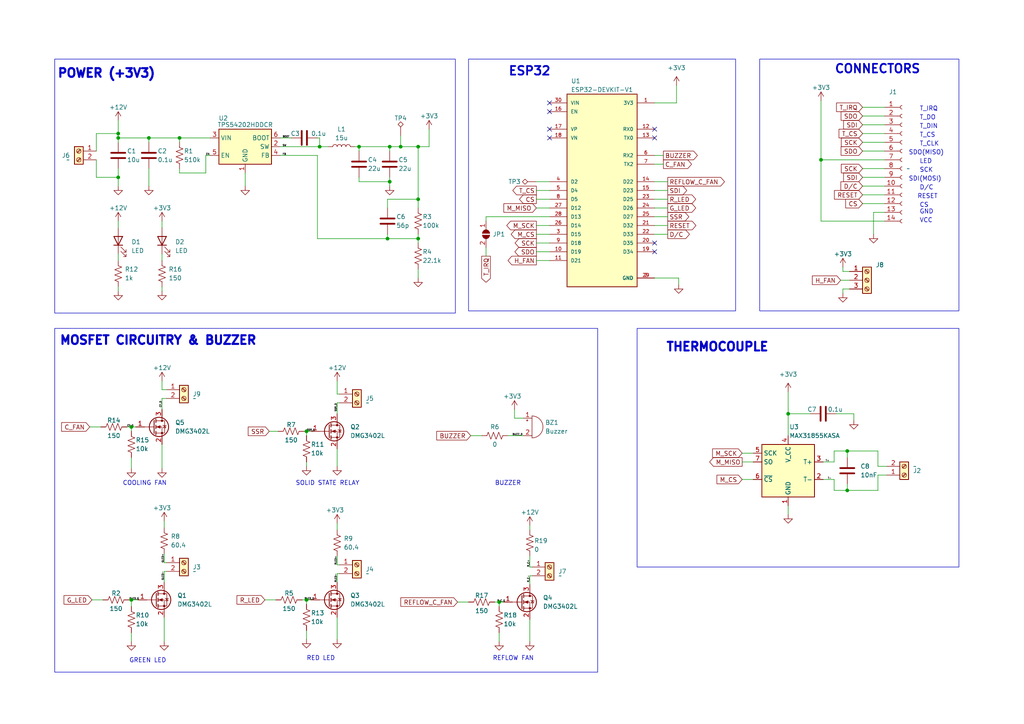
<source format=kicad_sch>
(kicad_sch (version 20231120) (generator "eeschema") (generator_version "8.0")
  (paper "A4")
  (title_block (title "Reflow oven schematic") (date "2024-03-15") (rev "1.0") (company "Designed By: Steve A. Nketiah"))
  (lib_symbols
    (symbol "Connector:Conn_01x14_Socket" (pin_names (offset 1.016) hide)
      (property "Reference" "J" (at 0 17.78 0))
      (property "Value" "Conn_01x14_Socket" (at 0 -20.32 0))
      (symbol "Conn_01x14_Socket_1_1"
        (pin passive line (at -5.08 15.24 0) (length 3.81) (name "Pin_1") (number "1"))
        (pin passive line (at -5.08 -7.62 0) (length 3.81) (name "Pin_10") (number "10"))
        (pin passive line (at -5.08 -10.16 0) (length 3.81) (name "Pin_11") (number "11"))
        (pin passive line (at -5.08 -12.7 0) (length 3.81) (name "Pin_12") (number "12"))
        (pin passive line (at -5.08 -15.24 0) (length 3.81) (name "Pin_13") (number "13"))
        (pin passive line (at -5.08 -17.78 0) (length 3.81) (name "Pin_14") (number "14"))
        (pin passive line (at -5.08 12.7 0) (length 3.81) (name "Pin_2") (number "2"))
        (pin passive line (at -5.08 10.16 0) (length 3.81) (name "Pin_3") (number "3"))
        (pin passive line (at -5.08 7.62 0) (length 3.81) (name "Pin_4") (number "4"))
        (pin passive line (at -5.08 5.08 0) (length 3.81) (name "Pin_5") (number "5"))
        (pin passive line (at -5.08 2.54 0) (length 3.81) (name "Pin_6") (number "6"))
        (pin passive line (at -5.08 0 0) (length 3.81) (name "Pin_7") (number "7"))
        (pin passive line (at -5.08 -2.54 0) (length 3.81) (name "Pin_8") (number "8"))
        (pin passive line (at -5.08 -5.08 0) (length 3.81) (name "Pin_9") (number "9"))
      )
    )
    (symbol "Connector:Screw_Terminal_01x02" (pin_names (offset 1.016) hide)
      (property "Reference" "J" (at 0 2.54 0))
      (property "Value" "Screw_Terminal_01x02" (at 0 -5.08 0))
      (symbol "Screw_Terminal_01x02_1_1"
        (pin passive line (at -5.08 0 0) (length 3.81) (name "Pin_1") (number "1"))
        (pin passive line (at -5.08 -2.54 0) (length 3.81) (name "Pin_2") (number "2"))
      )
    )
    (symbol "Connector:Screw_Terminal_01x03" (pin_names (offset 1.016) hide)
      (property "Reference" "J" (at 0 5.08 0))
      (property "Value" "Screw_Terminal_01x03" (at 0 -5.08 0))
      (symbol "Screw_Terminal_01x03_1_1"
        (pin passive line (at -5.08 2.54 0) (length 3.81) (name "Pin_1") (number "1"))
        (pin passive line (at -5.08 0 0) (length 3.81) (name "Pin_2") (number "2"))
        (pin passive line (at -5.08 -2.54 0) (length 3.81) (name "Pin_3") (number "3"))
      )
    )
    (symbol "Connector:TestPoint_Alt" (pin_numbers hide) (pin_names (offset 0.762) hide)
      (property "Reference" "TP" (at 0 6.858 0))
      (property "Value" "TestPoint_Alt" (at 0 5.08 0))
      (symbol "TestPoint_Alt_1_1"
        (pin passive line (at 0 0 90) (length 2.54) (name "1") (number "1"))
      )
    )
    (symbol "Device:Buzzer" (pin_names (offset 0.0254) hide)
      (property "Reference" "BZ" (at 3.81 1.27 0))
      (property "Value" "Buzzer" (at 3.81 -1.27 0))
      (symbol "Buzzer_1_1"
        (pin passive line (at -2.54 2.54 0) (length 2.54) (name "+") (number "1"))
        (pin passive line (at -2.54 -2.54 0) (length 2.54) (name "-") (number "2"))
      )
    )
    (symbol "Device:C" (pin_numbers hide) (pin_names (offset 0.254))
      (property "Reference" "C" (at 0.635 2.54 0))
      (property "Value" "C" (at 0.635 -2.54 0))
      (symbol "C_1_1"
        (pin passive line (at 0 3.81 270) (length 2.794) (name "~") (number "1"))
        (pin passive line (at 0 -3.81 90) (length 2.794) (name "~") (number "2"))
      )
    )
    (symbol "Device:L" (pin_numbers hide) (pin_names (offset 1.016) hide)
      (property "Reference" "L" (at -1.27 0 90))
      (property "Value" "L" (at 1.905 0 90))
      (symbol "L_1_1"
        (pin passive line (at 0 3.81 270) (length 1.27) (name "1") (number "1"))
        (pin passive line (at 0 -3.81 90) (length 1.27) (name "2") (number "2"))
      )
    )
    (symbol "Device:LED" (pin_numbers hide) (pin_names (offset 1.016) hide)
      (property "Reference" "D" (at 0 2.54 0))
      (property "Value" "LED" (at 0 -2.54 0))
      (symbol "LED_1_1"
        (pin passive line (at -3.81 0 0) (length 2.54) (name "K") (number "1"))
        (pin passive line (at 3.81 0 180) (length 2.54) (name "A") (number "2"))
      )
    )
    (symbol "Device:R_US" (pin_numbers hide) (pin_names (offset 0))
      (property "Reference" "R" (at 2.54 0 90))
      (property "Value" "R_US" (at -2.54 0 90))
      (symbol "R_US_1_1"
        (pin passive line (at 0 3.81 270) (length 1.27) (name "~") (number "1"))
        (pin passive line (at 0 -3.81 90) (length 1.27) (name "~") (number "2"))
      )
    )
    (symbol "ESP32-DEVKIT-V1:ESP32-DEVKIT-V1" (pin_names (offset 1.016))
      (property "Reference" "U" (at -10.16 30.48 0))
      (property "Value" "ESP32-DEVKIT-V1" (at -10.16 -30.48 0))
      (symbol "ESP32-DEVKIT-V1_0_0"
        (pin output line (at 15.24 25.4 180) (length 5.08) (name "3V3") (number "1"))
        (pin bidirectional line (at -15.24 -17.78 0) (length 5.08) (name "D19") (number "10"))
        (pin bidirectional line (at -15.24 -20.32 0) (length 5.08) (name "D21") (number "11"))
        (pin input line (at 15.24 17.78 180) (length 5.08) (name "RX0") (number "12"))
        (pin output line (at 15.24 15.24 180) (length 5.08) (name "TX0") (number "13"))
        (pin bidirectional line (at 15.24 2.54 180) (length 5.08) (name "D22") (number "14"))
        (pin bidirectional line (at 15.24 0 180) (length 5.08) (name "D23") (number "15"))
        (pin input line (at -15.24 22.86 0) (length 5.08) (name "EN") (number "16"))
        (pin bidirectional line (at -15.24 17.78 0) (length 5.08) (name "VP") (number "17"))
        (pin bidirectional line (at -15.24 15.24 0) (length 5.08) (name "VN") (number "18"))
        (pin bidirectional line (at 15.24 -17.78 180) (length 5.08) (name "D34") (number "19"))
        (pin power_in line (at 15.24 -25.4 180) (length 5.08) (name "GND") (number "2"))
        (pin bidirectional line (at 15.24 -15.24 180) (length 5.08) (name "D35") (number "20"))
        (pin bidirectional line (at 15.24 -10.16 180) (length 5.08) (name "D32") (number "21"))
        (pin bidirectional line (at 15.24 -12.7 180) (length 5.08) (name "D33") (number "22"))
        (pin bidirectional line (at 15.24 -2.54 180) (length 5.08) (name "D25") (number "23"))
        (pin bidirectional line (at 15.24 -5.08 180) (length 5.08) (name "D26") (number "24"))
        (pin bidirectional line (at 15.24 -7.62 180) (length 5.08) (name "D27") (number "25"))
        (pin bidirectional line (at -15.24 -10.16 0) (length 5.08) (name "D14") (number "26"))
        (pin bidirectional line (at -15.24 -5.08 0) (length 5.08) (name "D12") (number "27"))
        (pin bidirectional line (at -15.24 -7.62 0) (length 5.08) (name "D13") (number "28"))
        (pin power_in line (at 15.24 -25.4 180) (length 5.08) (name "GND") (number "29"))
        (pin bidirectional line (at -15.24 -12.7 0) (length 5.08) (name "D15") (number "3"))
        (pin input line (at -15.24 25.4 0) (length 5.08) (name "VIN") (number "30"))
        (pin bidirectional line (at -15.24 2.54 0) (length 5.08) (name "D2") (number "4"))
        (pin bidirectional line (at -15.24 0 0) (length 5.08) (name "D4") (number "5"))
        (pin input line (at 15.24 10.16 180) (length 5.08) (name "RX2") (number "6"))
        (pin output line (at 15.24 7.62 180) (length 5.08) (name "TX2") (number "7"))
        (pin bidirectional line (at -15.24 -2.54 0) (length 5.08) (name "D5") (number "8"))
        (pin bidirectional line (at -15.24 -15.24 0) (length 5.08) (name "D18") (number "9"))
      )
    )
    (symbol "Jumper:SolderJumper_2_Open" (pin_names (offset 0) hide)
      (property "Reference" "JP" (at 0 2.032 0))
      (property "Value" "SolderJumper_2_Open" (at 0 -2.54 0))
      (symbol "SolderJumper_2_Open_1_1"
        (pin passive line (at -3.81 0 0) (length 2.54) (name "A") (number "1"))
        (pin passive line (at 3.81 0 180) (length 2.54) (name "B") (number "2"))
      )
    )
    (symbol "Regulator_Switching:TPS54202H"
      (property "Reference" "U" (at -1.27 5.08 0))
      (property "Value" "TPS54202HDDCR" (at -1.27 5.08 0))
      (symbol "TPS54202H_1_1"
        (pin power_in line (at 0 -10.16 90) (length 2.54) (name "GND") (number "1"))
        (pin power_out line (at 10.16 -2.54 180) (length 2.54) (name "SW") (number "2"))
        (pin power_in line (at -10.16 0 0) (length 2.54) (name "VIN") (number "3"))
        (pin input line (at 10.16 -5.08 180) (length 2.54) (name "FB") (number "4"))
        (pin input line (at -10.16 -5.08 0) (length 2.54) (name "EN") (number "5"))
        (pin passive line (at 10.16 0 180) (length 2.54) (name "BOOT") (number "6"))
      )
    )
    (symbol "Sensor_Temperature:MAX31855KASA"
      (property "Reference" "U" (at -7.62 8.89 0))
      (property "Value" "MAX31855KASA" (at 1.27 8.89 0))
      (symbol "MAX31855KASA_1_1"
        (pin power_in line (at 0 -10.16 90) (length 2.54) (name "GND") (number "1"))
        (pin passive line (at -10.16 -2.54 0) (length 2.54) (name "T-") (number "2"))
        (pin passive line (at -10.16 2.54 0) (length 2.54) (name "T+") (number "3"))
        (pin power_in line (at 0 10.16 270) (length 2.54) (name "V_CC") (number "4"))
        (pin input line (at 10.16 5.08 180) (length 2.54) (name "SCK") (number "5"))
        (pin input line (at 10.16 -2.54 180) (length 2.54) (name "~{CS}") (number "6"))
        (pin tri_state line (at 10.16 2.54 180) (length 2.54) (name "SO") (number "7"))
      )
    )
    (symbol "Transistor_FET:DMG3402L" (pin_names hide)
      (property "Reference" "Q" (at 5.08 1.905 0))
      (property "Value" "DMG3402L" (at 5.08 0 0))
      (symbol "DMG3402L_1_1"
        (pin input line (at -5.08 0 0) (length 2.54) (name "G") (number "1"))
        (pin passive line (at 2.54 -5.08 90) (length 2.54) (name "S") (number "2"))
        (pin passive line (at 2.54 5.08 270) (length 2.54) (name "D") (number "3"))
      )
    )
    (symbol "power:+12V" (power) (pin_names (offset 0))
      (property "Value" "+12V" (at 0 3.556 0))
      (symbol "+12V_1_1"
        (pin power_in line (at 0 0 90) (length 0) hide (name "+12V") (number "1"))
      )
    )
    (symbol "power:+3V3" (power) (pin_names (offset 0))
      (property "Value" "+3V3" (at 0 3.556 0))
      (symbol "+3V3_1_1"
        (pin power_in line (at 0 0 90) (length 0) hide (name "+3V3") (number "1"))
      )
    )
    (symbol "power:GND" (power) (pin_names (offset 0))
      (property "Value" "GND" (at 0 -3.81 0))
      (symbol "GND_1_1"
        (pin power_in line (at 0 0 270) (length 0) hide (name "GND") (number "1"))
      )
    )
  )
  (junction (at 38.1 173.99))
  (junction (at 228.6 120.015))
  (junction (at 88.9 125.095))
  (junction (at 92.71 42.545))
  (junction (at 34.29 40.005))
  (junction (at 113.03 52.705))
  (junction (at 52.07 40.005))
  (junction (at 116.205 42.545))
  (junction (at 34.29 38.735))
  (junction (at 43.18 40.005))
  (junction (at 121.285 42.545))
  (junction (at 245.745 142.24))
  (junction (at 38.1 123.825))
  (junction (at 112.395 69.215))
  (junction (at 104.14 42.545))
  (junction (at 34.29 51.435))
  (junction (at 88.9 173.99))
  (junction (at 121.285 69.215))
  (junction (at 121.285 57.785))
  (junction (at 238.125 46.355))
  (junction (at 245.745 130.81))
  (junction (at 144.78 174.625))
  (junction (at 113.03 42.545))
  (no_connect (at 159.385 37.465))
  (no_connect (at 159.385 32.385))
  (no_connect (at 189.865 73.025))
  (no_connect (at 159.385 40.005))
  (no_connect (at 189.865 37.465))
  (no_connect (at 189.865 70.485))
  (no_connect (at 159.385 29.845))
  (no_connect (at 189.865 40.005))
  (wire (pts (xy 52.07 50.165) (xy 52.07 48.895)))
  (wire (pts (xy 78.105 125.095) (xy 80.645 125.095)))
  (wire (pts (xy 26.67 173.99) (xy 29.845 173.99)))
  (wire (pts (xy 104.14 42.545) (xy 104.14 43.815)))
  (wire (pts (xy 97.79 130.175) (xy 97.79 135.255)))
  (wire (pts (xy 104.14 52.705) (xy 113.03 52.705)))
  (wire (pts (xy 116.205 42.545) (xy 121.285 42.545)))
  (wire (pts (xy 81.28 40.005) (xy 84.455 40.005)))
  (wire (pts (xy 81.28 45.085) (xy 92.075 45.085)))
  (wire (pts (xy 153.67 161.29) (xy 153.67 164.465)))
  (wire (pts (xy 250.19 53.975) (xy 256.54 53.975)))
  (wire (pts (xy 88.9 173.99) (xy 88.9 175.26)))
  (wire (pts (xy 189.865 60.325) (xy 193.675 60.325)))
  (wire (pts (xy 153.67 167.005) (xy 153.67 169.545)))
  (wire (pts (xy 98.425 116.84) (xy 97.79 116.84)))
  (wire (pts (xy 250.19 41.275) (xy 256.54 41.275)))
  (wire (pts (xy 153.67 164.465) (xy 154.305 164.465)))
  (wire (pts (xy 47.625 165.735) (xy 48.26 165.735)))
  (wire (pts (xy 121.285 67.945) (xy 121.285 69.215)))
  (wire (pts (xy 241.935 133.985) (xy 238.76 133.985)))
  (wire (pts (xy 98.425 114.3) (xy 97.79 114.3)))
  (wire (pts (xy 34.29 40.005) (xy 43.18 40.005)))
  (wire (pts (xy 250.19 33.655) (xy 256.54 33.655)))
  (wire (pts (xy 88.9 125.095) (xy 90.17 125.095)))
  (wire (pts (xy 47.625 163.195) (xy 48.26 163.195)))
  (wire (pts (xy 238.125 46.355) (xy 256.54 46.355)))
  (wire (pts (xy 254.635 135.255) (xy 257.175 135.255)))
  (wire (pts (xy 241.935 130.81) (xy 245.745 130.81)))
  (wire (pts (xy 155.575 75.565) (xy 159.385 75.565)))
  (wire (pts (xy 43.18 53.975) (xy 43.18 48.895)))
  (wire (pts (xy 159.385 70.485) (xy 155.575 70.485)))
  (wire (pts (xy 121.285 57.785) (xy 121.285 60.325)))
  (wire (pts (xy 97.79 166.37) (xy 97.79 168.91)))
  (wire (pts (xy 243.84 81.28) (xy 246.38 81.28)))
  (wire (pts (xy 27.94 51.435) (xy 34.29 51.435)))
  (wire (pts (xy 244.475 78.74) (xy 246.38 78.74)))
  (wire (pts (xy 228.6 120.015) (xy 228.6 126.365)))
  (wire (pts (xy 189.865 57.785) (xy 193.675 57.785)))
  (wire (pts (xy 149.225 118.745) (xy 149.225 121.285)))
  (wire (pts (xy 153.67 152.4) (xy 153.67 153.67)))
  (wire (pts (xy 43.18 40.005) (xy 43.18 41.275)))
  (wire (pts (xy 112.395 57.785) (xy 121.285 57.785)))
  (wire (pts (xy 215.265 131.445) (xy 218.44 131.445)))
  (wire (pts (xy 102.87 42.545) (xy 104.14 42.545)))
  (wire (pts (xy 104.14 51.435) (xy 104.14 52.705)))
  (wire (pts (xy 136.525 126.365) (xy 139.7 126.365)))
  (wire (pts (xy 250.19 51.435) (xy 256.54 51.435)))
  (wire (pts (xy 47.625 179.07) (xy 47.625 186.055)))
  (wire (pts (xy 155.575 67.945) (xy 159.385 67.945)))
  (wire (pts (xy 238.125 29.21) (xy 238.125 46.355)))
  (wire (pts (xy 27.94 43.815) (xy 27.94 38.735)))
  (wire (pts (xy 244.475 77.47) (xy 244.475 78.74)))
  (wire (pts (xy 144.78 183.515) (xy 144.78 186.055)))
  (wire (pts (xy 189.865 52.705) (xy 193.675 52.705)))
  (wire (pts (xy 250.19 31.115) (xy 256.54 31.115)))
  (wire (pts (xy 97.79 179.07) (xy 97.79 185.42)))
  (wire (pts (xy 228.6 146.685) (xy 228.6 149.225)))
  (wire (pts (xy 254.635 142.24) (xy 254.635 137.795)))
  (wire (pts (xy 124.46 37.465) (xy 124.46 42.545)))
  (wire (pts (xy 238.125 46.355) (xy 238.125 64.135)))
  (wire (pts (xy 241.935 142.24) (xy 245.745 142.24)))
  (wire (pts (xy 38.1 123.825) (xy 38.1 125.095)))
  (wire (pts (xy 46.99 113.03) (xy 46.99 110.49)))
  (wire (pts (xy 253.365 61.595) (xy 253.365 67.945)))
  (wire (pts (xy 121.285 78.105) (xy 121.285 80.645)))
  (wire (pts (xy 46.99 128.905) (xy 46.99 135.89)))
  (wire (pts (xy 43.18 40.005) (xy 52.07 40.005)))
  (wire (pts (xy 196.215 29.845) (xy 189.865 29.845)))
  (wire (pts (xy 228.6 120.015) (xy 234.95 120.015)))
  (wire (pts (xy 38.1 173.99) (xy 40.005 173.99)))
  (wire (pts (xy 34.29 38.735) (xy 34.29 34.925)))
  (wire (pts (xy 140.97 71.755) (xy 140.97 74.295)))
  (wire (pts (xy 193.675 67.945) (xy 189.865 67.945)))
  (wire (pts (xy 52.07 50.165) (xy 59.69 50.165)))
  (wire (pts (xy 38.1 173.99) (xy 38.1 175.895)))
  (wire (pts (xy 97.79 151.765) (xy 97.79 153.67)))
  (wire (pts (xy 250.19 36.195) (xy 256.54 36.195)))
  (wire (pts (xy 250.19 59.055) (xy 256.54 59.055)))
  (wire (pts (xy 88.9 125.095) (xy 88.9 126.365)))
  (wire (pts (xy 228.6 113.665) (xy 228.6 120.015)))
  (wire (pts (xy 155.575 55.245) (xy 159.385 55.245)))
  (wire (pts (xy 52.07 40.005) (xy 60.96 40.005)))
  (wire (pts (xy 144.78 174.625) (xy 146.05 174.625)))
  (wire (pts (xy 92.075 40.005) (xy 92.71 40.005)))
  (wire (pts (xy 92.075 69.215) (xy 112.395 69.215)))
  (wire (pts (xy 144.78 174.625) (xy 144.78 175.895)))
  (wire (pts (xy 97.79 166.37) (xy 98.425 166.37)))
  (wire (pts (xy 88.9 182.88) (xy 88.9 185.42)))
  (wire (pts (xy 189.865 45.085) (xy 192.405 45.085)))
  (wire (pts (xy 113.03 42.545) (xy 113.03 43.815)))
  (wire (pts (xy 97.79 114.3) (xy 97.79 110.49)))
  (wire (pts (xy 48.26 115.57) (xy 46.99 115.57)))
  (wire (pts (xy 245.745 140.335) (xy 245.745 142.24)))
  (wire (pts (xy 87.63 173.99) (xy 88.9 173.99)))
  (wire (pts (xy 241.935 130.81) (xy 241.935 133.985)))
  (wire (pts (xy 92.075 45.085) (xy 92.075 69.215)))
  (wire (pts (xy 132.715 174.625) (xy 135.89 174.625)))
  (wire (pts (xy 34.29 38.735) (xy 34.29 40.005)))
  (wire (pts (xy 27.94 46.355) (xy 27.94 51.435)))
  (wire (pts (xy 52.07 40.005) (xy 52.07 41.275)))
  (wire (pts (xy 46.99 73.66) (xy 46.99 75.565)))
  (wire (pts (xy 155.575 65.405) (xy 159.385 65.405)))
  (wire (pts (xy 97.79 163.83) (xy 98.425 163.83)))
  (wire (pts (xy 153.67 179.705) (xy 153.67 186.055)))
  (wire (pts (xy 37.465 173.99) (xy 38.1 173.99)))
  (wire (pts (xy 116.205 39.37) (xy 116.205 42.545)))
  (wire (pts (xy 140.97 62.865) (xy 140.97 64.135)))
  (wire (pts (xy 215.265 139.065) (xy 218.44 139.065)))
  (wire (pts (xy 250.19 43.815) (xy 256.54 43.815)))
  (wire (pts (xy 38.1 123.825) (xy 39.37 123.825)))
  (wire (pts (xy 88.9 133.985) (xy 88.9 135.255)))
  (wire (pts (xy 121.285 42.545) (xy 124.46 42.545)))
  (wire (pts (xy 140.97 62.865) (xy 159.385 62.865)))
  (wire (pts (xy 59.69 50.165) (xy 59.69 45.085)))
  (wire (pts (xy 34.29 40.005) (xy 34.29 41.275)))
  (wire (pts (xy 149.225 121.285) (xy 151.765 121.285)))
  (wire (pts (xy 196.85 80.645) (xy 196.85 82.55)))
  (wire (pts (xy 34.29 73.66) (xy 34.29 75.565)))
  (wire (pts (xy 113.03 51.435) (xy 113.03 52.705)))
  (wire (pts (xy 254.635 130.81) (xy 254.635 135.255)))
  (wire (pts (xy 97.79 116.84) (xy 97.79 120.015)))
  (wire (pts (xy 250.19 56.515) (xy 256.54 56.515)))
  (wire (pts (xy 47.625 160.655) (xy 47.625 163.195)))
  (wire (pts (xy 189.865 80.645) (xy 196.85 80.645)))
  (wire (pts (xy 245.745 130.81) (xy 245.745 132.715)))
  (wire (pts (xy 196.215 24.765) (xy 196.215 29.845)))
  (wire (pts (xy 27.94 38.735) (xy 34.29 38.735)))
  (wire (pts (xy 155.575 52.705) (xy 159.385 52.705)))
  (wire (pts (xy 71.12 50.165) (xy 71.12 53.975)))
  (wire (pts (xy 38.1 132.715) (xy 38.1 135.89)))
  (wire (pts (xy 92.71 40.005) (xy 92.71 42.545)))
  (wire (pts (xy 215.265 133.985) (xy 218.44 133.985)))
  (wire (pts (xy 247.65 120.015) (xy 247.65 121.92)))
  (wire (pts (xy 92.71 42.545) (xy 95.25 42.545)))
  (wire (pts (xy 47.625 165.735) (xy 47.625 168.91)))
  (wire (pts (xy 113.03 52.705) (xy 113.03 53.975)))
  (wire (pts (xy 244.475 83.82) (xy 246.38 83.82)))
  (wire (pts (xy 241.935 139.065) (xy 238.76 139.065)))
  (wire (pts (xy 241.935 142.24) (xy 241.935 139.065)))
  (wire (pts (xy 34.29 64.135) (xy 34.29 66.04)))
  (wire (pts (xy 112.395 57.785) (xy 112.395 60.325)))
  (wire (pts (xy 242.57 120.015) (xy 247.65 120.015)))
  (wire (pts (xy 34.29 48.895) (xy 34.29 51.435)))
  (wire (pts (xy 250.19 48.895) (xy 256.54 48.895)))
  (wire (pts (xy 244.475 83.82) (xy 244.475 85.09)))
  (wire (pts (xy 34.29 51.435) (xy 34.29 53.975)))
  (wire (pts (xy 113.03 42.545) (xy 116.205 42.545)))
  (wire (pts (xy 155.575 73.025) (xy 159.385 73.025)))
  (wire (pts (xy 250.19 38.735) (xy 256.54 38.735)))
  (wire (pts (xy 97.79 161.29) (xy 97.79 163.83)))
  (wire (pts (xy 88.9 173.99) (xy 90.17 173.99)))
  (wire (pts (xy 47.625 151.13) (xy 47.625 153.035)))
  (wire (pts (xy 155.575 60.325) (xy 159.385 60.325)))
  (wire (pts (xy 104.14 42.545) (xy 113.03 42.545)))
  (wire (pts (xy 155.575 57.785) (xy 159.385 57.785)))
  (wire (pts (xy 253.365 61.595) (xy 256.54 61.595)))
  (wire (pts (xy 193.675 65.405) (xy 189.865 65.405)))
  (wire (pts (xy 254.635 137.795) (xy 257.175 137.795)))
  (wire (pts (xy 147.32 126.365) (xy 151.765 126.365)))
  (wire (pts (xy 36.83 123.825) (xy 38.1 123.825)))
  (wire (pts (xy 245.745 130.81) (xy 254.635 130.81)))
  (wire (pts (xy 38.1 183.515) (xy 38.1 186.055)))
  (wire (pts (xy 238.125 64.135) (xy 256.54 64.135)))
  (wire (pts (xy 112.395 69.215) (xy 121.285 69.215)))
  (wire (pts (xy 153.67 167.005) (xy 154.305 167.005)))
  (wire (pts (xy 245.745 142.24) (xy 254.635 142.24)))
  (wire (pts (xy 48.26 113.03) (xy 46.99 113.03)))
  (wire (pts (xy 34.29 83.185) (xy 34.29 84.455)))
  (wire (pts (xy 46.99 83.185) (xy 46.99 84.455)))
  (wire (pts (xy 112.395 67.945) (xy 112.395 69.215)))
  (wire (pts (xy 88.265 125.095) (xy 88.9 125.095)))
  (wire (pts (xy 59.69 45.085) (xy 60.96 45.085)))
  (wire (pts (xy 121.285 42.545) (xy 121.285 57.785)))
  (wire (pts (xy 189.865 62.865) (xy 193.675 62.865)))
  (wire (pts (xy 76.835 173.99) (xy 80.01 173.99)))
  (wire (pts (xy 189.865 47.625) (xy 192.405 47.625)))
  (wire (pts (xy 26.035 123.825) (xy 29.21 123.825)))
  (wire (pts (xy 193.675 55.245) (xy 189.865 55.245)))
  (wire (pts (xy 46.99 115.57) (xy 46.99 118.745)))
  (wire (pts (xy 121.285 69.215) (xy 121.285 70.485)))
  (wire (pts (xy 143.51 174.625) (xy 144.78 174.625)))
  (wire (pts (xy 81.28 42.545) (xy 92.71 42.545)))
  (wire (pts (xy 46.99 64.135) (xy 46.99 66.04)))
  (rectangle (start 135.89 17.145) (end 213.36 90.17))
  (rectangle (start 15.875 95.25) (end 173.355 194.945))
  (rectangle (start 184.785 95.25) (end 278.13 164.465))
  (rectangle (start 220.345 17.145) (end 278.13 90.17))
  (rectangle (start 15.875 17.145) (end 132.08 90.805))
  (text "CS" (at 266.7 60.325 0) (effects (font (size 1.27 1.27)) (justify left bottom)))
  (text "GREEN LED" (at 37.465 192.405 0) (effects (font (size 1.27 1.27)) (justify left bottom)))
  (text "T_CS" (at 266.7 40.005 0) (effects (font (size 1.27 1.27)) (justify left bottom)))
  (text "LED" (at 266.7 47.625 0) (effects (font (size 1.27 1.27)) (justify left bottom)))
  (text "THERMOCOUPLE" (at 193.04 102.235 0) (effects (font (size 2.5 2.5) (thickness 0.6) (bold yes)) (justify left bottom)))
  (text "BUZZER" (at 143.51 140.97 0) (effects (font (size 1.27 1.27)) (justify left bottom)))
  (text "SOLID STATE RELAY" (at 85.725 140.97 0) (effects (font (size 1.27 1.27)) (justify left bottom)))
  (text "CONNECTORS" (at 241.935 21.59 0) (effects (font (size 2.5 2.5) (thickness 0.5) (bold yes)) (justify left bottom)))
  (text "SDI(MOSI)\n" (at 263.525 52.705 0) (effects (font (size 1.27 1.27)) (justify left bottom)))
  (text "POWER (+3V3)" (at 16.51 22.86 0) (effects (font (size 2.5 2.5) (thickness 0.6) (bold yes)) (justify left bottom)))
  (text "T_DIN" (at 266.7 37.465 0) (effects (font (size 1.27 1.27)) (justify left bottom)))
  (text "RED LED" (at 88.9 191.77 0) (effects (font (size 1.27 1.27)) (justify left bottom)))
  (text "VCC" (at 266.7 64.77 0) (effects (font (size 1.27 1.27)) (justify left bottom)))
  (text "RESET" (at 266.065 57.785 0) (effects (font (size 1.27 1.27)) (justify left bottom)))
  (text "MOSFET CIRCUITRY & BUZZER" (at 17.145 100.33 0) (effects (font (size 2.5 2.5) (thickness 0.6) (bold yes)) (justify left bottom)))
  (text "T_IRQ" (at 266.7 32.385 0) (effects (font (size 1.27 1.27)) (justify left bottom)))
  (text "COOLING FAN" (at 35.56 140.97 0) (effects (font (size 1.27 1.27)) (justify left bottom)))
  (text "REFLOW FAN" (at 142.875 191.77 0) (effects (font (size 1.27 1.27)) (justify left bottom)))
  (text "GND" (at 266.7 62.23 0) (effects (font (size 1.27 1.27)) (justify left bottom)))
  (text "SDO(MISO)" (at 263.525 45.085 0) (effects (font (size 1.27 1.27)) (justify left bottom)))
  (text "T_DO" (at 266.7 34.925 0) (effects (font (size 1.27 1.27)) (justify left bottom)))
  (text "T_CLK" (at 266.7 42.545 0) (effects (font (size 1.27 1.27)) (justify left bottom)))
  (text "SCK" (at 266.7 50.165 0) (effects (font (size 1.27 1.27)) (justify left bottom)))
  (text "ESP32" (at 147.32 22.225 0) (effects (font (size 2.5 2.5) (thickness 0.5) (bold yes)) (justify left bottom)))
  (text "D/C" (at 266.7 55.245 0) (effects (font (size 1.27 1.27)) (justify left bottom)))
  (label "SSR_G" (at 88.9 125.095 0) (effects (font (size 0.5 0.5))))
  (label "GLED+" (at 47.625 163.195 90) (effects (font (size 0.5 0.5))))
  (label "RLED_G" (at 88.265 173.99 0) (effects (font (size 0.5 0.5))))
  (label "T+" (at 239.395 133.985 0) (effects (font (size 0.5 0.5))))
  (label "BOOT" (at 81.915 40.005 0) (effects (font (size 0.5 0.5))))
  (label "CF_G" (at 36.83 123.825 0) (effects (font (size 0.5 0.5))))
  (label "T-" (at 240.03 139.065 0) (effects (font (size 0.5 0.5))))
  (label "SSR_D" (at 97.79 119.38 90) (effects (font (size 0.5 0.5))))
  (label "RLED+" (at 97.79 163.83 90) (effects (font (size 0.5 0.5))))
  (label "R_C+" (at 153.67 164.465 90) (effects (font (size 0.5 0.5))))
  (label "FB" (at 81.915 45.085 0) (effects (font (size 0.5 0.5))))
  (label "GLED_G" (at 37.465 173.99 0) (effects (font (size 0.5 0.5))))
  (label "RLED-" (at 97.79 168.91 90) (effects (font (size 0.5 0.5))))
  (label "CF_D" (at 46.99 116.205 270) (effects (font (size 0.5 0.5))))
  (label "R_C-" (at 153.67 168.91 90) (effects (font (size 0.5 0.5))))
  (label "EN" (at 59.69 45.085 0) (effects (font (size 0.5 0.5))))
  (label "SW" (at 81.915 42.545 0) (effects (font (size 0.5 0.5))))
  (label "R_C_G" (at 144.145 174.625 0) (effects (font (size 0.5 0.5))))
  (label "GLED-" (at 47.625 168.275 90) (effects (font (size 0.5 0.5))))
  (label "BUZZ_D" (at 148.59 126.365 0) (effects (font (size 0.5 0.5))))
  (global_label "BUZZER" (shape input) (at 136.525 126.365 180) (property "Intersheetrefs" "${INTERSHEET_REFS}" (effects (hide yes))))
  (global_label "T_CS" (shape input) (at 250.19 38.735 180) (property "Intersheetrefs" "${INTERSHEET_REFS}" (effects (hide yes))))
  (global_label "RESET" (shape output) (at 193.675 65.405 0) (property "Intersheetrefs" "${INTERSHEET_REFS}" (effects (hide yes))))
  (global_label "SDO" (shape input) (at 250.19 33.655 180) (property "Intersheetrefs" "${INTERSHEET_REFS}" (effects (hide yes))))
  (global_label "CS" (shape input) (at 250.19 59.055 180) (property "Intersheetrefs" "${INTERSHEET_REFS}" (effects (hide yes))))
  (global_label "G_LED" (shape input) (at 26.67 173.99 180) (property "Intersheetrefs" "${INTERSHEET_REFS}" (effects (hide yes))))
  (global_label "D{slash}C" (shape input) (at 250.19 53.975 180) (property "Intersheetrefs" "${INTERSHEET_REFS}" (effects (hide yes))))
  (global_label "REFLOW_C_FAN" (shape output) (at 193.675 52.705 0) (property "Intersheetrefs" "${INTERSHEET_REFS}" (effects (hide yes))))
  (global_label "T_IRQ" (shape input) (at 250.19 31.115 180) (property "Intersheetrefs" "${INTERSHEET_REFS}" (effects (hide yes))))
  (global_label "REFLOW_C_FAN" (shape input) (at 132.715 174.625 180) (property "Intersheetrefs" "${INTERSHEET_REFS}" (effects (hide yes))))
  (global_label "SDI" (shape output) (at 193.675 55.245 0) (property "Intersheetrefs" "${INTERSHEET_REFS}" (effects (hide yes))))
  (global_label "M_MISO" (shape output) (at 215.265 133.985 180) (property "Intersheetrefs" "${INTERSHEET_REFS}" (effects (hide yes))))
  (global_label "M_MISO" (shape input) (at 155.575 60.325 180) (property "Intersheetrefs" "${INTERSHEET_REFS}" (effects (hide yes))))
  (global_label "R_LED" (shape output) (at 193.675 57.785 0) (property "Intersheetrefs" "${INTERSHEET_REFS}" (effects (hide yes))))
  (global_label "H_FAN" (shape input) (at 243.84 81.28 180) (property "Intersheetrefs" "${INTERSHEET_REFS}" (effects (hide yes))))
  (global_label "T_CS" (shape output) (at 155.575 55.245 180) (property "Intersheetrefs" "${INTERSHEET_REFS}" (effects (hide yes))))
  (global_label "SSR" (shape input) (at 78.105 125.095 180) (property "Intersheetrefs" "${INTERSHEET_REFS}" (effects (hide yes))))
  (global_label "SDO" (shape input) (at 250.19 43.815 180) (property "Intersheetrefs" "${INTERSHEET_REFS}" (effects (hide yes))))
  (global_label "M_SCK" (shape output) (at 155.575 65.405 180) (property "Intersheetrefs" "${INTERSHEET_REFS}" (effects (hide yes))))
  (global_label "SCK" (shape input) (at 250.19 48.895 180) (property "Intersheetrefs" "${INTERSHEET_REFS}" (effects (hide yes))))
  (global_label "D{slash}C" (shape output) (at 193.675 67.945 0) (property "Intersheetrefs" "${INTERSHEET_REFS}" (effects (hide yes))))
  (global_label "C_FAN" (shape input) (at 26.035 123.825 180) (property "Intersheetrefs" "${INTERSHEET_REFS}" (effects (hide yes))))
  (global_label "C_FAN" (shape output) (at 192.405 47.625 0) (property "Intersheetrefs" "${INTERSHEET_REFS}" (effects (hide yes))))
  (global_label "BUZZER" (shape output) (at 192.405 45.085 0) (property "Intersheetrefs" "${INTERSHEET_REFS}" (effects (hide yes))))
  (global_label "SDO" (shape output) (at 155.575 73.025 180) (property "Intersheetrefs" "${INTERSHEET_REFS}" (effects (hide yes))))
  (global_label "SCK" (shape output) (at 155.575 70.485 180) (property "Intersheetrefs" "${INTERSHEET_REFS}" (effects (hide yes))))
  (global_label "G_LED" (shape output) (at 193.675 60.325 0) (property "Intersheetrefs" "${INTERSHEET_REFS}" (effects (hide yes))))
  (global_label "CS" (shape output) (at 155.575 57.785 180) (property "Intersheetrefs" "${INTERSHEET_REFS}" (effects (hide yes))))
  (global_label "H_FAN" (shape output) (at 155.575 75.565 180) (property "Intersheetrefs" "${INTERSHEET_REFS}" (effects (hide yes))))
  (global_label "SCK" (shape input) (at 250.19 41.275 180) (property "Intersheetrefs" "${INTERSHEET_REFS}" (effects (hide yes))))
  (global_label "SDI" (shape input) (at 250.19 36.195 180) (property "Intersheetrefs" "${INTERSHEET_REFS}" (effects (hide yes))))
  (global_label "M_SCK" (shape input) (at 215.265 131.445 180) (property "Intersheetrefs" "${INTERSHEET_REFS}" (effects (hide yes))))
  (global_label "M_CS" (shape output) (at 155.575 67.945 180) (property "Intersheetrefs" "${INTERSHEET_REFS}" (effects (hide yes))))
  (global_label "SDI" (shape input) (at 250.19 51.435 180) (property "Intersheetrefs" "${INTERSHEET_REFS}" (effects (hide yes))))
  (global_label "R_LED" (shape input) (at 76.835 173.99 180) (property "Intersheetrefs" "${INTERSHEET_REFS}" (effects (hide yes))))
  (global_label "M_CS" (shape input) (at 215.265 139.065 180) (property "Intersheetrefs" "${INTERSHEET_REFS}" (effects (hide yes))))
  (global_label "RESET" (shape input) (at 250.19 56.515 180) (property "Intersheetrefs" "${INTERSHEET_REFS}" (effects (hide yes))))
  (global_label "T_IRQ" (shape output) (at 140.97 74.295 270) (property "Intersheetrefs" "${INTERSHEET_REFS}" (effects (hide yes))))
  (global_label "SSR" (shape output) (at 193.675 62.865 0) (property "Intersheetrefs" "${INTERSHEET_REFS}" (effects (hide yes))))
  (symbol (lib_id "Device:C") (at 104.14 47.625 0) (unit 1)
    (property "Reference" "C4" (at 106.68 46.355 0) (effects (justify left)))
    (property "Value" "22u" (at 106.68 48.895 0) (effects (justify left)))
    (property "Footprint" "Capacitor_SMD:C_0603_1608Metric_Pad1.08x0.95mm_HandSolder" (effects (hide yes)))
  )
  (symbol (lib_id "Device:C") (at 245.745 136.525 0) (unit 1)
    (property "Reference" "C8" (at 249.555 135.255 0) (effects (justify left)))
    (property "Value" "10nF" (at 249.555 137.795 0) (effects (justify left)))
    (property "Footprint" "Capacitor_SMD:C_0603_1608Metric_Pad1.08x0.95mm_HandSolder" (effects (hide yes)))
  )
  (symbol (lib_id "Device:LED") (at 46.99 69.85 90) (unit 1)
    (property "Reference" "D2" (at 50.8 70.1675 90) (effects (justify right)))
    (property "Value" "LED" (at 50.8 72.7075 90) (effects (justify right)))
    (property "Footprint" "LED_SMD:LED_0603_1608Metric" (effects (hide yes)))
  )
  (symbol (lib_id "Device:R_US") (at 84.455 125.095 90) (unit 1)
    (property "Reference" "R7" (at 84.455 123.19 90))
    (property "Value" "150" (at 84.455 127.635 90))
    (property "Footprint" "Resistor_SMD:R_0603_1608Metric_Pad0.98x0.95mm_HandSolder" (effects (hide yes)))
  )
  (symbol (lib_id "ESP32-DEVKIT-V1:ESP32-DEVKIT-V1") (at 174.625 55.245 0) (unit 1)
    (property "Reference" "U1" (at 167.005 23.495 0))
    (property "Value" "ESP32-DEVKIT-V1" (at 174.625 26.035 0))
    (property "Footprint" "ESP32-DEVKIT-V1:MODULE_ESP32_DEVKIT_V1" (effects (hide yes)))
    (property "Description" "\nDual core, Wi-Fi: 2.4 GHz up to 150 Mbits/s,BLE (Bluetooth Low Energy) and legacy Bluetooth, 32 bits, Up to 240 MHz\n" (effects (hide yes)))
    (property "MF" "Do it" (effects (hide yes)))
    (property "MAXIMUM_PACKAGE_HEIGHT" "6.8 mm" (effects (hide yes)))
    (property "Package" "None" (effects (hide yes)))
    (property "Price" "None" (effects (hide yes)))
    (property "Check_prices" "https://www.snapeda.com/parts/ESP32-DEVKIT-V1/Do+it/view-part/?ref=eda" (effects (hide yes)))
    (property "STANDARD" "Manufacturer Recommendations" (effects (hide yes)))
    (property "PARTREV" "N/A" (effects (hide yes)))
    (property "SnapEDA_Link" "https://www.snapeda.com/parts/ESP32-DEVKIT-V1/Do+it/view-part/?ref=snap" (effects (hide yes)))
    (property "MP" "ESP32-DEVKIT-V1" (effects (hide yes)))
    (property "Availability" "Not in stock" (effects (hide yes)))
    (property "MANUFACTURER" "DOIT" (effects (hide yes)))
  )
  (symbol (lib_id "Device:C") (at 113.03 47.625 0) (unit 1)
    (property "Reference" "C5" (at 115.57 46.355 0) (effects (justify left)))
    (property "Value" "22u" (at 115.57 48.895 0) (effects (justify left)))
    (property "Footprint" "Capacitor_SMD:C_0603_1608Metric_Pad1.08x0.95mm_HandSolder" (effects (hide yes)))
  )
  (symbol (lib_id "power:+12V") (at 153.67 152.4 0) (unit 1)
    (property "Reference" "#PWR037" (effects (hide yes)))
    (property "Value" "+12V" (at 153.67 148.59 0))
  )
  (symbol (lib_id "power:GND") (at 153.67 186.055 0) (unit 1)
    (property "Reference" "#PWR038" (effects (hide yes)))
    (property "Value" "GND" (effects (hide yes)))
  )
  (symbol (lib_id "Device:C") (at 238.76 120.015 90) (unit 1)
    (property "Reference" "C7" (at 236.855 118.745 90) (effects (justify left)))
    (property "Value" "0.1u" (at 244.475 118.745 90) (effects (justify left)))
    (property "Footprint" "Capacitor_SMD:C_0603_1608Metric_Pad1.08x0.95mm_HandSolder" (effects (hide yes)))
  )
  (symbol (lib_id "power:GND") (at 38.1 186.055 0) (unit 1)
    (property "Reference" "#PWR021" (effects (hide yes)))
    (property "Value" "GND" (effects (hide yes)))
  )
  (symbol (lib_id "Device:R_US") (at 83.82 173.99 90) (unit 1)
    (property "Reference" "R5" (at 83.82 172.085 90))
    (property "Value" "150" (at 83.82 176.53 90))
    (property "Footprint" "Resistor_SMD:R_0603_1608Metric_Pad0.98x0.95mm_HandSolder" (effects (hide yes)))
  )
  (symbol (lib_id "Connector:TestPoint_Alt") (at 155.575 52.705 90) (unit 1)
    (property "Reference" "TP3" (at 149.225 52.705 90))
    (property "Value" "TestPoint_Alt" (effects (hide yes)))
    (property "Footprint" "TestPoint:TestPoint_Pad_D1.0mm" (effects (hide yes)))
  )
  (symbol (lib_id "power:GND") (at 244.475 85.09 0) (unit 1)
    (property "Reference" "#PWR031" (effects (hide yes)))
    (property "Value" "GND" (effects (hide yes)))
  )
  (symbol (lib_id "power:+3V3") (at 124.46 37.465 0) (unit 1)
    (property "Reference" "#PWR010" (effects (hide yes)))
    (property "Value" "+3V3" (at 124.46 33.655 0))
  )
  (symbol (lib_id "Device:R_US") (at 144.78 179.705 0) (unit 1)
    (property "Reference" "R18" (at 146.05 178.435 0) (effects (justify left)))
    (property "Value" "10k" (at 146.05 180.975 0) (effects (justify left)))
    (property "Footprint" "Resistor_SMD:R_0603_1608Metric_Pad0.98x0.95mm_HandSolder" (effects (hide yes)))
  )
  (symbol (lib_id "power:GND") (at 38.1 135.89 0) (unit 1)
    (property "Reference" "#PWR027" (effects (hide yes)))
    (property "Value" "GND" (effects (hide yes)))
  )
  (symbol (lib_id "power:GND") (at 47.625 186.055 0) (unit 1)
    (property "Reference" "#PWR017" (effects (hide yes)))
    (property "Value" "GND" (effects (hide yes)))
  )
  (symbol (lib_id "Device:C") (at 88.265 40.005 90) (unit 1)
    (property "Reference" "C3" (at 86.995 38.735 90) (effects (justify left)))
    (property "Value" "0.1u" (at 94.615 38.735 90) (effects (justify left)))
    (property "Footprint" "Capacitor_SMD:C_0603_1608Metric_Pad1.08x0.95mm_HandSolder" (effects (hide yes)))
  )
  (symbol (lib_id "Device:R_US") (at 38.1 179.705 0) (unit 1)
    (property "Reference" "R10" (at 39.37 178.435 0) (effects (justify left)))
    (property "Value" "10k" (at 39.37 180.975 0) (effects (justify left)))
    (property "Footprint" "Resistor_SMD:R_0603_1608Metric_Pad0.98x0.95mm_HandSolder" (effects (hide yes)))
  )
  (symbol (lib_id "Device:R_US") (at 121.285 74.295 0) (unit 1)
    (property "Reference" "R4" (at 122.555 73.025 0) (effects (justify left)))
    (property "Value" "22.1k" (at 122.555 75.565 0) (effects (justify left)))
    (property "Footprint" "Resistor_SMD:R_0603_1608Metric_Pad0.98x0.95mm_HandSolder" (effects (hide yes)))
  )
  (symbol (lib_id "power:GND") (at 247.65 121.92 0) (unit 1)
    (property "Reference" "#PWR014" (effects (hide yes)))
    (property "Value" "GND" (effects (hide yes)))
  )
  (symbol (lib_id "power:GND") (at 46.99 135.89 0) (unit 1)
    (property "Reference" "#PWR028" (effects (hide yes)))
    (property "Value" "GND" (effects (hide yes)))
  )
  (symbol (lib_id "power:GND") (at 43.18 53.975 0) (unit 1)
    (property "Reference" "#PWR08" (effects (hide yes)))
    (property "Value" "GND" (effects (hide yes)))
  )
  (symbol (lib_id "power:GND") (at 34.29 84.455 0) (unit 1)
    (property "Reference" "#PWR032" (effects (hide yes)))
    (property "Value" "GND" (effects (hide yes)))
  )
  (symbol (lib_id "power:GND") (at 88.9 185.42 0) (unit 1)
    (property "Reference" "#PWR024" (effects (hide yes)))
    (property "Value" "GND" (effects (hide yes)))
  )
  (symbol (lib_id "power:+3V3") (at 149.225 118.745 0) (unit 1)
    (property "Reference" "#PWR026" (effects (hide yes)))
    (property "Value" "+3V3" (at 148.59 114.935 0))
  )
  (symbol (lib_id "power:+3V3") (at 238.125 29.21 0) (unit 1)
    (property "Reference" "#PWR02" (effects (hide yes)))
    (property "Value" "+3V3" (at 238.125 25.4 0))
  )
  (symbol (lib_id "Device:R_US") (at 33.02 123.825 90) (unit 1)
    (property "Reference" "R14" (at 33.02 121.92 90))
    (property "Value" "150" (at 33.02 126.365 90))
    (property "Footprint" "Resistor_SMD:R_0603_1608Metric_Pad0.98x0.95mm_HandSolder" (effects (hide yes)))
  )
  (symbol (lib_id "power:GND") (at 121.285 80.645 0) (unit 1)
    (property "Reference" "#PWR011" (effects (hide yes)))
    (property "Value" "GND" (effects (hide yes)))
  )
  (symbol (lib_id "Connector:TestPoint_Alt") (at 116.205 39.37 0) (unit 1)
    (property "Reference" "TP4" (at 116.205 34.29 0))
    (property "Value" "TestPoint_Alt" (effects (hide yes)))
    (property "Footprint" "TestPoint:TestPoint_Pad_D1.0mm" (effects (hide yes)))
  )
  (symbol (lib_id "Device:C") (at 43.18 45.085 0) (unit 1)
    (property "Reference" "C2" (at 45.72 43.815 0) (effects (justify left)))
    (property "Value" "0.1u" (at 45.72 46.355 0) (effects (justify left)))
    (property "Footprint" "Capacitor_SMD:C_0603_1608Metric_Pad1.08x0.95mm_HandSolder" (effects (hide yes)))
  )
  (symbol (lib_id "Jumper:SolderJumper_2_Open") (at 140.97 67.945 270) (unit 1)
    (property "Reference" "JP1" (at 142.875 67.945 90) (effects (justify left)))
    (property "Value" "SolderJumper_2_Open" (effects (hide yes)))
    (property "Footprint" "Connector_PinHeader_2.54mm:PinHeader_1x02_P2.54mm_Vertical" (effects (hide yes)))
  )
  (symbol (lib_id "Connector:Screw_Terminal_01x02") (at 262.255 137.795 0) (mirror x) (unit 1)
    (property "Reference" "J2" (at 264.795 136.525 0) (effects (justify left)))
    (property "Value" "~" (at 264.795 135.255 0) (effects (justify left)))
    (property "Footprint" "TerminalBlock_Phoenix:TerminalBlock_Phoenix_MKDS-1,5-2_1x02_P5.00mm_Horizontal" (effects (hide yes)))
  )
  (symbol (lib_id "power:+3V3") (at 228.6 113.665 0) (unit 1)
    (property "Reference" "#PWR012" (effects (hide yes)))
    (property "Value" "+3V3" (at 228.6 108.585 0))
  )
  (symbol (lib_id "power:+3V3") (at 196.215 24.765 0) (unit 1)
    (property "Reference" "#PWR01" (effects (hide yes)))
    (property "Value" "+3V3" (at 196.215 19.685 0))
  )
  (symbol (lib_id "Device:LED") (at 34.29 69.85 90) (unit 1)
    (property "Reference" "D1" (at 38.1 70.1675 90) (effects (justify right)))
    (property "Value" "LED" (at 38.1 72.7075 90) (effects (justify right)))
    (property "Footprint" "LED_SMD:LED_0603_1608Metric" (effects (hide yes)))
  )
  (symbol (lib_id "Device:C") (at 112.395 64.135 0) (unit 1)
    (property "Reference" "C6" (at 114.935 62.865 0) (effects (justify left)))
    (property "Value" "56p" (at 114.935 65.405 0) (effects (justify left)))
    (property "Footprint" "Capacitor_SMD:C_0603_1608Metric_Pad1.08x0.95mm_HandSolder" (effects (hide yes)))
  )
  (symbol (lib_id "Transistor_FET:DMG3402L") (at 44.45 123.825 0) (unit 1)
    (property "Reference" "Q5" (at 50.8 122.555 0) (effects (justify left)))
    (property "Value" "DMG3402L" (at 50.8 125.095 0) (effects (justify left)))
    (property "Footprint" "Package_TO_SOT_SMD:SOT-23" (effects (hide yes)))
    (property "Datasheet" "http://www.diodes.com/assets/Datasheets/DMG3402L.pdf" (effects (hide yes)))
  )
  (symbol (lib_id "Device:R_US") (at 88.9 130.175 0) (unit 1)
    (property "Reference" "R11" (at 90.17 128.905 0) (effects (justify left)))
    (property "Value" "10k" (at 90.17 131.445 0) (effects (justify left)))
    (property "Footprint" "Resistor_SMD:R_0603_1608Metric_Pad0.98x0.95mm_HandSolder" (effects (hide yes)))
  )
  (symbol (lib_id "Device:R_US") (at 38.1 128.905 0) (unit 1)
    (property "Reference" "R15" (at 39.37 127.635 0) (effects (justify left)))
    (property "Value" "10k" (at 39.37 130.175 0) (effects (justify left)))
    (property "Footprint" "Resistor_SMD:R_0603_1608Metric_Pad0.98x0.95mm_HandSolder" (effects (hide yes)))
  )
  (symbol (lib_id "Device:R_US") (at 153.67 157.48 0) (unit 1)
    (property "Reference" "R19" (at 154.94 156.845 0) (effects (justify left)))
    (property "Value" "0" (at 154.94 159.385 0) (effects (justify left)))
    (property "Footprint" "Resistor_SMD:R_0603_1608Metric_Pad0.98x0.95mm_HandSolder" (effects (hide yes)))
  )
  (symbol (lib_id "power:+3V3") (at 47.625 151.13 0) (unit 1)
    (property "Reference" "#PWR015" (effects (hide yes)))
    (property "Value" "+3V3" (at 46.99 147.32 0))
  )
  (symbol (lib_id "Transistor_FET:DMG3402L") (at 95.25 173.99 0) (unit 1)
    (property "Reference" "Q3" (at 101.6 172.72 0) (effects (justify left)))
    (property "Value" "DMG3402L" (at 101.6 175.26 0) (effects (justify left)))
    (property "Footprint" "Package_TO_SOT_SMD:SOT-23" (effects (hide yes)))
    (property "Datasheet" "http://www.diodes.com/assets/Datasheets/DMG3402L.pdf" (effects (hide yes)))
  )
  (symbol (lib_id "power:GND") (at 46.99 84.455 0) (unit 1)
    (property "Reference" "#PWR033" (effects (hide yes)))
    (property "Value" "GND" (effects (hide yes)))
  )
  (symbol (lib_id "power:+3V3") (at 46.99 64.135 0) (unit 1)
    (property "Reference" "#PWR025" (effects (hide yes)))
    (property "Value" "+3V3" (at 46.99 60.325 0))
  )
  (symbol (lib_id "power:GND") (at 88.9 135.255 0) (unit 1)
    (property "Reference" "#PWR022" (effects (hide yes)))
    (property "Value" "GND" (effects (hide yes)))
  )
  (symbol (lib_id "Device:R_US") (at 88.9 179.07 0) (unit 1)
    (property "Reference" "R13" (at 90.17 177.8 0) (effects (justify left)))
    (property "Value" "10k" (at 90.17 180.34 0) (effects (justify left)))
    (property "Footprint" "Resistor_SMD:R_0603_1608Metric_Pad0.98x0.95mm_HandSolder" (effects (hide yes)))
  )
  (symbol (lib_id "power:+3V3") (at 244.475 77.47 0) (unit 1)
    (property "Reference" "#PWR030" (effects (hide yes)))
    (property "Value" "+3V3" (at 244.475 73.66 0))
  )
  (symbol (lib_id "Device:R_US") (at 143.51 126.365 90) (unit 1)
    (property "Reference" "R6" (at 143.51 123.825 90))
    (property "Value" "0" (at 143.51 128.905 90))
    (property "Footprint" "Resistor_SMD:R_0603_1608Metric" (effects (hide yes)))
  )
  (symbol (lib_id "power:+12V") (at 34.29 64.135 0) (unit 1)
    (property "Reference" "#PWR023" (effects (hide yes)))
    (property "Value" "+12V" (at 34.29 60.325 0))
  )
  (symbol (lib_id "Connector:Screw_Terminal_01x02") (at 22.86 43.815 0) (mirror y) (unit 1)
    (property "Reference" "J6" (at 20.32 45.085 0) (effects (justify left)))
    (property "Value" "~" (at 20.32 46.355 0) (effects (justify left)))
    (property "Footprint" "TerminalBlock_Phoenix:TerminalBlock_Phoenix_MKDS-1,5-2_1x02_P5.00mm_Horizontal" (effects (hide yes)))
  )
  (symbol (lib_id "Connector:Conn_01x14_Socket") (at 261.62 46.355 0) (unit 1)
    (property "Reference" "J1" (at 257.81 26.67 0) (effects (justify left)))
    (property "Value" "~" (at 262.89 48.895 0) (effects (justify left)))
    (property "Footprint" "Connector_PinSocket_2.54mm:PinSocket_1x14_P2.54mm_Vertical" (effects (hide yes)))
  )
  (symbol (lib_id "power:GND") (at 97.79 135.255 0) (unit 1)
    (property "Reference" "#PWR020" (effects (hide yes)))
    (property "Value" "GND" (effects (hide yes)))
  )
  (symbol (lib_id "power:GND") (at 34.29 53.975 0) (unit 1)
    (property "Reference" "#PWR07" (effects (hide yes)))
    (property "Value" "GND" (effects (hide yes)))
  )
  (symbol (lib_id "Connector:Screw_Terminal_01x03") (at 251.46 81.28 0) (unit 1)
    (property "Reference" "J8" (at 254 76.835 0) (effects (justify left)))
    (property "Value" "Screw_Terminal_01x03" (effects (hide yes)))
    (property "Footprint" "TerminalBlock_Phoenix:TerminalBlock_Phoenix_MKDS-1,5-3_1x03_P5.00mm_Horizontal" (effects (hide yes)))
  )
  (symbol (lib_id "power:GND") (at 196.85 82.55 0) (unit 1)
    (property "Reference" "#PWR04" (effects (hide yes)))
    (property "Value" "GND" (effects (hide yes)))
  )
  (symbol (lib_id "power:GND") (at 71.12 53.975 0) (unit 1)
    (property "Reference" "#PWR06" (effects (hide yes)))
    (property "Value" "GND" (effects (hide yes)))
  )
  (symbol (lib_id "Sensor_Temperature:MAX31855KASA") (at 228.6 136.525 0) (mirror y) (unit 1)
    (property "Reference" "U3" (at 228.9459 123.825 0) (effects (justify right)))
    (property "Value" "MAX31855KASA" (at 228.9459 126.365 0) (effects (justify right)))
    (property "Footprint" "Package_SO:SOIC-8_3.9x4.9mm_P1.27mm" (effects (hide yes)))
    (property "Datasheet" "http://datasheets.maximintegrated.com/en/ds/MAX31855.pdf" (effects (hide yes)))
  )
  (symbol (lib_id "power:+3V3") (at 97.79 151.765 0) (unit 1)
    (property "Reference" "#PWR016" (effects (hide yes)))
    (property "Value" "+3V3" (at 97.155 147.955 0))
  )
  (symbol (lib_id "Connector:Screw_Terminal_01x02") (at 159.385 164.465 0) (unit 1)
    (property "Reference" "J7" (at 161.925 165.735 0) (effects (justify left)))
    (property "Value" "~" (at 161.925 167.005 0) (effects (justify left)))
    (property "Footprint" "TerminalBlock_Phoenix:TerminalBlock_Phoenix_MKDS-1,5-2_1x02_P5.00mm_Horizontal" (effects (hide yes)))
  )
  (symbol (lib_id "power:+12V") (at 46.99 110.49 0) (unit 1)
    (property "Reference" "#PWR029" (effects (hide yes)))
    (property "Value" "+12V" (at 46.99 106.68 0))
  )
  (symbol (lib_id "Device:R_US") (at 47.625 156.845 0) (unit 1)
    (property "Reference" "R8" (at 49.53 155.575 0) (effects (justify left)))
    (property "Value" "60.4" (at 49.53 158.115 0) (effects (justify left)))
    (property "Footprint" "Resistor_SMD:R_0603_1608Metric_Pad0.98x0.95mm_HandSolder" (effects (hide yes)))
  )
  (symbol (lib_id "Device:Buzzer") (at 154.305 123.825 0) (unit 1)
    (property "Reference" "BZ1" (at 158.115 122.555 0) (effects (justify left)))
    (property "Value" "Buzzer" (at 158.115 125.095 0) (effects (justify left)))
    (property "Footprint" "Buzzer_Beeper:Buzzer_12x9.5RM7.6" (effects (hide yes)))
  )
  (symbol (lib_id "power:GND") (at 113.03 53.975 0) (unit 1)
    (property "Reference" "#PWR09" (effects (hide yes)))
    (property "Value" "GND" (effects (hide yes)))
  )
  (symbol (lib_id "power:+12V") (at 97.79 110.49 0) (unit 1)
    (property "Reference" "#PWR019" (effects (hide yes)))
    (property "Value" "+12V" (at 97.79 106.68 0))
  )
  (symbol (lib_id "Regulator_Switching:TPS54202H") (at 71.12 40.005 0) (unit 1)
    (property "Reference" "U2" (at 64.77 34.29 0))
    (property "Value" "TPS54202HDDCR" (at 71.12 36.195 0))
    (property "Footprint" "Package_TO_SOT_SMD:SOT-23-6_Handsoldering" (effects (hide yes)))
    (property "Datasheet" "https://www.ti.com/general/docs/suppproductinfo.tsp?distId=10&gotoUrl=https%3A%2F%2Fwww.ti.com%2Flit%2Fgpn%2Ftps54202h" (effects (hide yes)))
  )
  (symbol (lib_id "Device:R_US") (at 139.7 174.625 90) (unit 1)
    (property "Reference" "R17" (at 139.7 172.72 90))
    (property "Value" "150" (at 139.7 177.165 90))
    (property "Footprint" "Resistor_SMD:R_0603_1608Metric_Pad0.98x0.95mm_HandSolder" (effects (hide yes)))
  )
  (symbol (lib_id "Connector:Screw_Terminal_01x02") (at 103.505 163.83 0) (unit 1)
    (property "Reference" "J4" (at 106.045 165.1 0) (effects (justify left)))
    (property "Value" "~" (at 106.045 166.37 0) (effects (justify left)))
    (property "Footprint" "TerminalBlock_Phoenix:TerminalBlock_Phoenix_MKDS-1,5-2_1x02_P5.00mm_Horizontal" (effects (hide yes)))
  )
  (symbol (lib_id "Device:R_US") (at 97.79 157.48 0) (unit 1)
    (property "Reference" "R9" (at 99.695 156.21 0) (effects (justify left)))
    (property "Value" "60.4" (at 99.695 158.75 0) (effects (justify left)))
    (property "Footprint" "Resistor_SMD:R_0603_1608Metric_Pad0.98x0.95mm_HandSolder" (effects (hide yes)))
  )
  (symbol (lib_id "Device:R_US") (at 46.99 79.375 0) (unit 1)
    (property "Reference" "R16" (at 48.895 78.105 0) (effects (justify left)))
    (property "Value" "150" (at 48.895 80.645 0) (effects (justify left)))
    (property "Footprint" "Resistor_SMD:R_0603_1608Metric" (effects (hide yes)))
  )
  (symbol (lib_id "Transistor_FET:DMG3402L") (at 151.13 174.625 0) (unit 1)
    (property "Reference" "Q4" (at 157.48 173.355 0) (effects (justify left)))
    (property "Value" "DMG3402L" (at 157.48 175.895 0) (effects (justify left)))
    (property "Footprint" "Package_TO_SOT_SMD:SOT-23" (effects (hide yes)))
    (property "Datasheet" "http://www.diodes.com/assets/Datasheets/DMG3402L.pdf" (effects (hide yes)))
  )
  (symbol (lib_id "power:GND") (at 144.78 186.055 0) (unit 1)
    (property "Reference" "#PWR036" (effects (hide yes)))
    (property "Value" "GND" (effects (hide yes)))
  )
  (symbol (lib_id "Connector:Screw_Terminal_01x02") (at 53.34 113.03 0) (unit 1)
    (property "Reference" "J9" (at 55.88 114.3 0) (effects (justify left)))
    (property "Value" "~" (at 55.88 115.57 0) (effects (justify left)))
    (property "Footprint" "TerminalBlock_Phoenix:TerminalBlock_Phoenix_MKDS-1,5-2_1x02_P5.00mm_Horizontal" (effects (hide yes)))
  )
  (symbol (lib_id "power:+12V") (at 34.29 34.925 0) (unit 1)
    (property "Reference" "#PWR05" (effects (hide yes)))
    (property "Value" "+12V" (at 34.29 31.115 0))
  )
  (symbol (lib_id "Device:L") (at 99.06 42.545 90) (unit 1)
    (property "Reference" "L1" (at 99.06 37.465 90))
    (property "Value" "15u" (at 99.06 40.005 90))
    (property "Footprint" "Inductor_SMD:L_Taiyo-Yuden_NR-80xx" (effects (hide yes)))
  )
  (symbol (lib_id "Transistor_FET:DMG3402L") (at 45.085 173.99 0) (unit 1)
    (property "Reference" "Q1" (at 51.435 172.72 0) (effects (justify left)))
    (property "Value" "DMG3402L" (at 51.435 175.26 0) (effects (justify left)))
    (property "Footprint" "Package_TO_SOT_SMD:SOT-23" (effects (hide yes)))
    (property "Datasheet" "http://www.diodes.com/assets/Datasheets/DMG3402L.pdf" (effects (hide yes)))
  )
  (symbol (lib_id "Device:R_US") (at 121.285 64.135 0) (unit 1)
    (property "Reference" "R3" (at 122.555 62.865 0) (effects (justify left)))
    (property "Value" "100k" (at 122.555 65.405 0) (effects (justify left)))
    (property "Footprint" "Resistor_SMD:R_0603_1608Metric_Pad0.98x0.95mm_HandSolder" (effects (hide yes)))
  )
  (symbol (lib_id "Device:R_US") (at 52.07 45.085 0) (unit 1)
    (property "Reference" "R1" (at 53.34 43.815 0) (effects (justify left)))
    (property "Value" "510k" (at 53.34 46.355 0) (effects (justify left)))
    (property "Footprint" "Resistor_SMD:R_0603_1608Metric_Pad0.98x0.95mm_HandSolder" (effects (hide yes)))
  )
  (symbol (lib_id "Device:R_US") (at 34.29 79.375 0) (unit 1)
    (property "Reference" "R12" (at 36.195 78.105 0) (effects (justify left)))
    (property "Value" "1k" (at 36.195 80.645 0) (effects (justify left)))
    (property "Footprint" "Resistor_SMD:R_0603_1608Metric" (effects (hide yes)))
  )
  (symbol (lib_id "power:GND") (at 228.6 149.225 0) (unit 1)
    (property "Reference" "#PWR013" (effects (hide yes)))
    (property "Value" "GND" (effects (hide yes)))
  )
  (symbol (lib_id "power:GND") (at 253.365 67.945 0) (unit 1)
    (property "Reference" "#PWR03" (effects (hide yes)))
    (property "Value" "GND" (effects (hide yes)))
  )
  (symbol (lib_id "Connector:Screw_Terminal_01x02") (at 53.34 163.195 0) (unit 1)
    (property "Reference" "J3" (at 55.88 164.465 0) (effects (justify left)))
    (property "Value" "~" (at 55.88 165.735 0) (effects (justify left)))
    (property "Footprint" "TerminalBlock_Phoenix:TerminalBlock_Phoenix_MKDS-1,5-2_1x02_P5.00mm_Horizontal" (effects (hide yes)))
  )
  (symbol (lib_id "power:GND") (at 97.79 185.42 0) (unit 1)
    (property "Reference" "#PWR018" (effects (hide yes)))
    (property "Value" "GND" (effects (hide yes)))
  )
  (symbol (lib_id "Device:R_US") (at 33.655 173.99 90) (unit 1)
    (property "Reference" "R2" (at 33.655 172.085 90))
    (property "Value" "150" (at 33.655 176.53 90))
    (property "Footprint" "Resistor_SMD:R_0603_1608Metric_Pad0.98x0.95mm_HandSolder" (effects (hide yes)))
  )
  (symbol (lib_id "Connector:Screw_Terminal_01x02") (at 103.505 114.3 0) (unit 1)
    (property "Reference" "J5" (at 106.045 115.57 0) (effects (justify left)))
    (property "Value" "~" (at 106.045 116.84 0) (effects (justify left)))
    (property "Footprint" "TerminalBlock_Phoenix:TerminalBlock_Phoenix_MKDS-1,5-2_1x02_P5.00mm_Horizontal" (effects (hide yes)))
  )
  (symbol (lib_id "Device:C") (at 34.29 45.085 0) (unit 1)
    (property "Reference" "C1" (at 36.83 43.815 0) (effects (justify left)))
    (property "Value" "10u" (at 36.83 46.355 0) (effects (justify left)))
    (property "Footprint" "Capacitor_SMD:C_0603_1608Metric_Pad1.08x0.95mm_HandSolder" (effects (hide yes)))
  )
  (symbol (lib_id "Transistor_FET:DMG3402L") (at 95.25 125.095 0) (unit 1)
    (property "Reference" "Q2" (at 101.6 123.825 0) (effects (justify left)))
    (property "Value" "DMG3402L" (at 101.6 126.365 0) (effects (justify left)))
    (property "Footprint" "Package_TO_SOT_SMD:SOT-23" (effects (hide yes)))
    (property "Datasheet" "http://www.diodes.com/assets/Datasheets/DMG3402L.pdf" (effects (hide yes)))
  )
)
</source>
